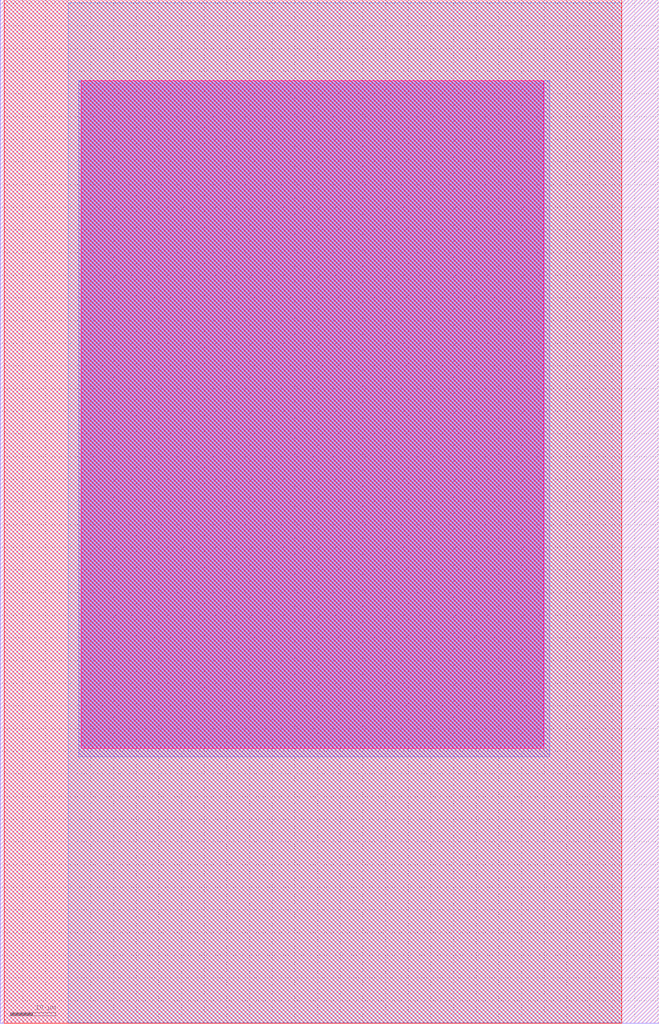
<source format=lef>
MACRO toplevel_dnwell
  CLASS BLOCK ;
  FOREIGN toplevel_dnwell ;
  ORIGIN 0.000 0.000 ;
  SIZE 145.360 BY 225.760 ;
  OBS
      LAYER nwell ;
        RECT 17.850 60.680 119.865 207.880 ;
      LAYER li1 ;
        RECT 18.140 61.115 119.945 207.490 ;
      LAYER met1 ;
        RECT 0.000 0.000 145.360 225.760 ;
      LAYER met2 ;
        RECT 17.330 58.755 121.195 207.880 ;
      LAYER met3 ;
        RECT 14.990 0.100 137.095 225.080 ;
      LAYER met4 ;
        RECT 0.930 0.000 137.070 225.760 ;
  END
END toplevel_dnwell
END LIBRARY


</source>
